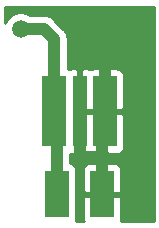
<source format=gbr>
G04 #@! TF.GenerationSoftware,KiCad,Pcbnew,(5.1.6)-1*
G04 #@! TF.CreationDate,2020-10-13T17:39:25+02:00*
G04 #@! TF.ProjectId,DiodeAdapterSmd,44696f64-6541-4646-9170-746572536d64,0*
G04 #@! TF.SameCoordinates,Original*
G04 #@! TF.FileFunction,Copper,L1,Top*
G04 #@! TF.FilePolarity,Positive*
%FSLAX46Y46*%
G04 Gerber Fmt 4.6, Leading zero omitted, Abs format (unit mm)*
G04 Created by KiCad (PCBNEW (5.1.6)-1) date 2020-10-13 17:39:25*
%MOMM*%
%LPD*%
G01*
G04 APERTURE LIST*
G04 #@! TA.AperFunction,ConnectorPad*
%ADD10R,2.000000X4.000000*%
G04 #@! TD*
G04 #@! TA.AperFunction,SMDPad,CuDef*
%ADD11R,2.000000X6.000000*%
G04 #@! TD*
G04 #@! TA.AperFunction,SMDPad,CuDef*
%ADD12R,1.300000X6.000000*%
G04 #@! TD*
G04 #@! TA.AperFunction,ViaPad*
%ADD13C,1.500000*%
G04 #@! TD*
G04 #@! TA.AperFunction,Conductor*
%ADD14C,1.000000*%
G04 #@! TD*
G04 #@! TA.AperFunction,Conductor*
%ADD15C,0.254000*%
G04 #@! TD*
G04 APERTURE END LIST*
D10*
X105095000Y-67000000D03*
X108905000Y-67000000D03*
D11*
X104850000Y-60000000D03*
X109150000Y-60000000D03*
D12*
X107000000Y-60000000D03*
D13*
X102000000Y-53000000D03*
X112000000Y-53000000D03*
D14*
X105095000Y-60245000D02*
X104850000Y-60000000D01*
X105095000Y-67000000D02*
X105095000Y-60245000D01*
X104850000Y-53850000D02*
X104000000Y-53000000D01*
X104850000Y-60000000D02*
X104850000Y-53850000D01*
X104000000Y-53000000D02*
X102000000Y-53000000D01*
X108905000Y-60245000D02*
X109150000Y-60000000D01*
X107000000Y-60000000D02*
X107000000Y-63500000D01*
X107000000Y-63500000D02*
X107405000Y-63905000D01*
X107405000Y-63905000D02*
X108905000Y-63905000D01*
X108905000Y-67000000D02*
X108905000Y-63905000D01*
X108905000Y-63905000D02*
X108905000Y-60245000D01*
X109150000Y-53850000D02*
X110000000Y-53000000D01*
X109150000Y-60000000D02*
X109150000Y-53850000D01*
X110000000Y-53000000D02*
X112000000Y-53000000D01*
D15*
G36*
X113290001Y-69290000D02*
G01*
X110470010Y-69290000D01*
X110494502Y-69244180D01*
X110530812Y-69124482D01*
X110543072Y-69000000D01*
X110540000Y-67285750D01*
X110381250Y-67127000D01*
X109032000Y-67127000D01*
X109032000Y-67147000D01*
X108778000Y-67147000D01*
X108778000Y-67127000D01*
X107428750Y-67127000D01*
X107270000Y-67285750D01*
X107266928Y-69000000D01*
X107279188Y-69124482D01*
X107315498Y-69244180D01*
X107339990Y-69290000D01*
X106660010Y-69290000D01*
X106684502Y-69244180D01*
X106720812Y-69124482D01*
X106733072Y-69000000D01*
X106733072Y-65000000D01*
X107266928Y-65000000D01*
X107270000Y-66714250D01*
X107428750Y-66873000D01*
X108778000Y-66873000D01*
X108778000Y-64523750D01*
X109032000Y-64523750D01*
X109032000Y-66873000D01*
X110381250Y-66873000D01*
X110540000Y-66714250D01*
X110543072Y-65000000D01*
X110530812Y-64875518D01*
X110494502Y-64755820D01*
X110435537Y-64645506D01*
X110356185Y-64548815D01*
X110259494Y-64469463D01*
X110149180Y-64410498D01*
X110029482Y-64374188D01*
X109905000Y-64361928D01*
X109190750Y-64365000D01*
X109032000Y-64523750D01*
X108778000Y-64523750D01*
X108619250Y-64365000D01*
X107905000Y-64361928D01*
X107780518Y-64374188D01*
X107660820Y-64410498D01*
X107550506Y-64469463D01*
X107453815Y-64548815D01*
X107374463Y-64645506D01*
X107315498Y-64755820D01*
X107279188Y-64875518D01*
X107266928Y-65000000D01*
X106733072Y-65000000D01*
X106720812Y-64875518D01*
X106684502Y-64755820D01*
X106625537Y-64645506D01*
X106546185Y-64548815D01*
X106449494Y-64469463D01*
X106339180Y-64410498D01*
X106230000Y-64377379D01*
X106230000Y-63626253D01*
X106350000Y-63638072D01*
X106714250Y-63635000D01*
X106873000Y-63476250D01*
X106873000Y-60127000D01*
X107127000Y-60127000D01*
X107127000Y-63476250D01*
X107285750Y-63635000D01*
X107650000Y-63638072D01*
X107774482Y-63625812D01*
X107894180Y-63589502D01*
X107900000Y-63586391D01*
X107905820Y-63589502D01*
X108025518Y-63625812D01*
X108150000Y-63638072D01*
X108864250Y-63635000D01*
X109023000Y-63476250D01*
X109023000Y-60127000D01*
X109277000Y-60127000D01*
X109277000Y-63476250D01*
X109435750Y-63635000D01*
X110150000Y-63638072D01*
X110274482Y-63625812D01*
X110394180Y-63589502D01*
X110504494Y-63530537D01*
X110601185Y-63451185D01*
X110680537Y-63354494D01*
X110739502Y-63244180D01*
X110775812Y-63124482D01*
X110788072Y-63000000D01*
X110785000Y-60285750D01*
X110626250Y-60127000D01*
X109277000Y-60127000D01*
X109023000Y-60127000D01*
X107127000Y-60127000D01*
X106873000Y-60127000D01*
X106853000Y-60127000D01*
X106853000Y-59873000D01*
X106873000Y-59873000D01*
X106873000Y-56523750D01*
X107127000Y-56523750D01*
X107127000Y-59873000D01*
X109023000Y-59873000D01*
X109023000Y-56523750D01*
X109277000Y-56523750D01*
X109277000Y-59873000D01*
X110626250Y-59873000D01*
X110785000Y-59714250D01*
X110788072Y-57000000D01*
X110775812Y-56875518D01*
X110739502Y-56755820D01*
X110680537Y-56645506D01*
X110601185Y-56548815D01*
X110504494Y-56469463D01*
X110394180Y-56410498D01*
X110274482Y-56374188D01*
X110150000Y-56361928D01*
X109435750Y-56365000D01*
X109277000Y-56523750D01*
X109023000Y-56523750D01*
X108864250Y-56365000D01*
X108150000Y-56361928D01*
X108025518Y-56374188D01*
X107905820Y-56410498D01*
X107900000Y-56413609D01*
X107894180Y-56410498D01*
X107774482Y-56374188D01*
X107650000Y-56361928D01*
X107285750Y-56365000D01*
X107127000Y-56523750D01*
X106873000Y-56523750D01*
X106714250Y-56365000D01*
X106350000Y-56361928D01*
X106225518Y-56374188D01*
X106105820Y-56410498D01*
X106100000Y-56413609D01*
X106094180Y-56410498D01*
X105985000Y-56377379D01*
X105985000Y-53905752D01*
X105990491Y-53850000D01*
X105968577Y-53627501D01*
X105903676Y-53413553D01*
X105798284Y-53216377D01*
X105691989Y-53086856D01*
X105691987Y-53086854D01*
X105656449Y-53043551D01*
X105613145Y-53008013D01*
X104841995Y-52236864D01*
X104806449Y-52193551D01*
X104633623Y-52051716D01*
X104436447Y-51946324D01*
X104222499Y-51881423D01*
X104055752Y-51865000D01*
X104055751Y-51865000D01*
X104000000Y-51859509D01*
X103944249Y-51865000D01*
X102794286Y-51865000D01*
X102656043Y-51772629D01*
X102403989Y-51668225D01*
X102136411Y-51615000D01*
X101863589Y-51615000D01*
X101596011Y-51668225D01*
X101343957Y-51772629D01*
X101117114Y-51924201D01*
X100924201Y-52117114D01*
X100772629Y-52343957D01*
X100710000Y-52495157D01*
X100710000Y-51127000D01*
X113290000Y-51127000D01*
X113290001Y-69290000D01*
G37*
X113290001Y-69290000D02*
X110470010Y-69290000D01*
X110494502Y-69244180D01*
X110530812Y-69124482D01*
X110543072Y-69000000D01*
X110540000Y-67285750D01*
X110381250Y-67127000D01*
X109032000Y-67127000D01*
X109032000Y-67147000D01*
X108778000Y-67147000D01*
X108778000Y-67127000D01*
X107428750Y-67127000D01*
X107270000Y-67285750D01*
X107266928Y-69000000D01*
X107279188Y-69124482D01*
X107315498Y-69244180D01*
X107339990Y-69290000D01*
X106660010Y-69290000D01*
X106684502Y-69244180D01*
X106720812Y-69124482D01*
X106733072Y-69000000D01*
X106733072Y-65000000D01*
X107266928Y-65000000D01*
X107270000Y-66714250D01*
X107428750Y-66873000D01*
X108778000Y-66873000D01*
X108778000Y-64523750D01*
X109032000Y-64523750D01*
X109032000Y-66873000D01*
X110381250Y-66873000D01*
X110540000Y-66714250D01*
X110543072Y-65000000D01*
X110530812Y-64875518D01*
X110494502Y-64755820D01*
X110435537Y-64645506D01*
X110356185Y-64548815D01*
X110259494Y-64469463D01*
X110149180Y-64410498D01*
X110029482Y-64374188D01*
X109905000Y-64361928D01*
X109190750Y-64365000D01*
X109032000Y-64523750D01*
X108778000Y-64523750D01*
X108619250Y-64365000D01*
X107905000Y-64361928D01*
X107780518Y-64374188D01*
X107660820Y-64410498D01*
X107550506Y-64469463D01*
X107453815Y-64548815D01*
X107374463Y-64645506D01*
X107315498Y-64755820D01*
X107279188Y-64875518D01*
X107266928Y-65000000D01*
X106733072Y-65000000D01*
X106720812Y-64875518D01*
X106684502Y-64755820D01*
X106625537Y-64645506D01*
X106546185Y-64548815D01*
X106449494Y-64469463D01*
X106339180Y-64410498D01*
X106230000Y-64377379D01*
X106230000Y-63626253D01*
X106350000Y-63638072D01*
X106714250Y-63635000D01*
X106873000Y-63476250D01*
X106873000Y-60127000D01*
X107127000Y-60127000D01*
X107127000Y-63476250D01*
X107285750Y-63635000D01*
X107650000Y-63638072D01*
X107774482Y-63625812D01*
X107894180Y-63589502D01*
X107900000Y-63586391D01*
X107905820Y-63589502D01*
X108025518Y-63625812D01*
X108150000Y-63638072D01*
X108864250Y-63635000D01*
X109023000Y-63476250D01*
X109023000Y-60127000D01*
X109277000Y-60127000D01*
X109277000Y-63476250D01*
X109435750Y-63635000D01*
X110150000Y-63638072D01*
X110274482Y-63625812D01*
X110394180Y-63589502D01*
X110504494Y-63530537D01*
X110601185Y-63451185D01*
X110680537Y-63354494D01*
X110739502Y-63244180D01*
X110775812Y-63124482D01*
X110788072Y-63000000D01*
X110785000Y-60285750D01*
X110626250Y-60127000D01*
X109277000Y-60127000D01*
X109023000Y-60127000D01*
X107127000Y-60127000D01*
X106873000Y-60127000D01*
X106853000Y-60127000D01*
X106853000Y-59873000D01*
X106873000Y-59873000D01*
X106873000Y-56523750D01*
X107127000Y-56523750D01*
X107127000Y-59873000D01*
X109023000Y-59873000D01*
X109023000Y-56523750D01*
X109277000Y-56523750D01*
X109277000Y-59873000D01*
X110626250Y-59873000D01*
X110785000Y-59714250D01*
X110788072Y-57000000D01*
X110775812Y-56875518D01*
X110739502Y-56755820D01*
X110680537Y-56645506D01*
X110601185Y-56548815D01*
X110504494Y-56469463D01*
X110394180Y-56410498D01*
X110274482Y-56374188D01*
X110150000Y-56361928D01*
X109435750Y-56365000D01*
X109277000Y-56523750D01*
X109023000Y-56523750D01*
X108864250Y-56365000D01*
X108150000Y-56361928D01*
X108025518Y-56374188D01*
X107905820Y-56410498D01*
X107900000Y-56413609D01*
X107894180Y-56410498D01*
X107774482Y-56374188D01*
X107650000Y-56361928D01*
X107285750Y-56365000D01*
X107127000Y-56523750D01*
X106873000Y-56523750D01*
X106714250Y-56365000D01*
X106350000Y-56361928D01*
X106225518Y-56374188D01*
X106105820Y-56410498D01*
X106100000Y-56413609D01*
X106094180Y-56410498D01*
X105985000Y-56377379D01*
X105985000Y-53905752D01*
X105990491Y-53850000D01*
X105968577Y-53627501D01*
X105903676Y-53413553D01*
X105798284Y-53216377D01*
X105691989Y-53086856D01*
X105691987Y-53086854D01*
X105656449Y-53043551D01*
X105613145Y-53008013D01*
X104841995Y-52236864D01*
X104806449Y-52193551D01*
X104633623Y-52051716D01*
X104436447Y-51946324D01*
X104222499Y-51881423D01*
X104055752Y-51865000D01*
X104055751Y-51865000D01*
X104000000Y-51859509D01*
X103944249Y-51865000D01*
X102794286Y-51865000D01*
X102656043Y-51772629D01*
X102403989Y-51668225D01*
X102136411Y-51615000D01*
X101863589Y-51615000D01*
X101596011Y-51668225D01*
X101343957Y-51772629D01*
X101117114Y-51924201D01*
X100924201Y-52117114D01*
X100772629Y-52343957D01*
X100710000Y-52495157D01*
X100710000Y-51127000D01*
X113290000Y-51127000D01*
X113290001Y-69290000D01*
M02*

</source>
